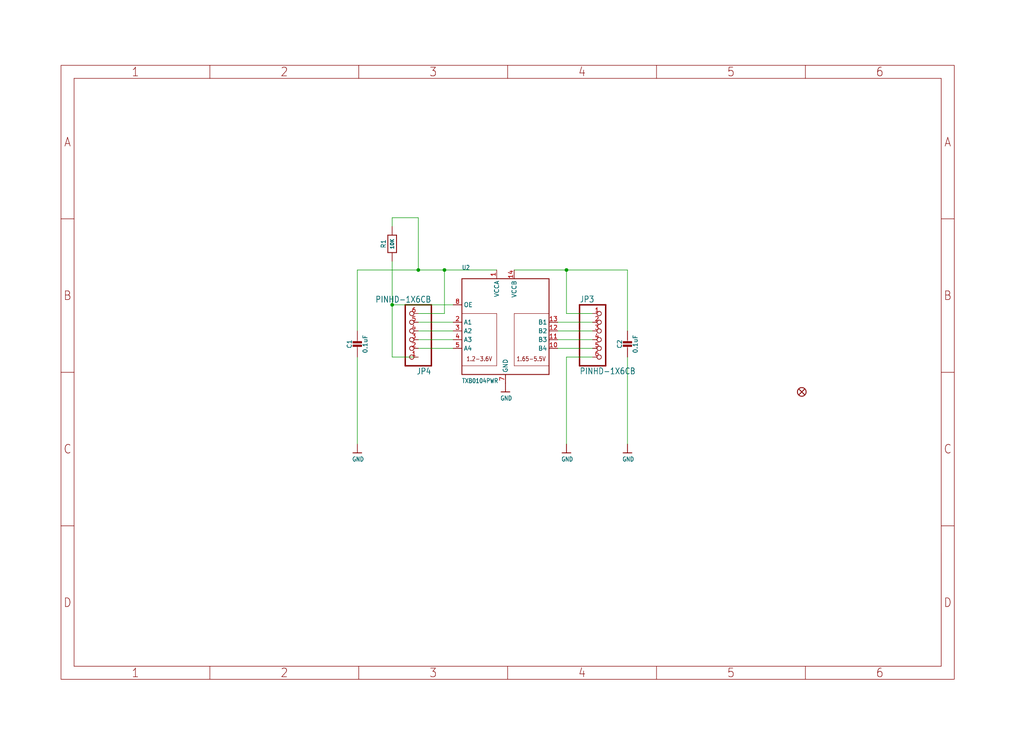
<source format=kicad_sch>
(kicad_sch (version 20211123) (generator eeschema)
  (paper "User" 298.45 217.881)
  (lib_symbols
    (symbol "eagleSchem-eagle-import:CAP_CERAMIC0805-NOOUTLINE"
      (property "Reference" "C" (at -2.29 1.25 90))
      (property "Value" "CAP_CERAMIC0805-NOOUTLINE" (at 2.3 1.25 90))
      (symbol "CAP_CERAMIC0805-NOOUTLINE_1_0"
        (rectangle (start -1.27 0.508) (end 1.27 1.016) (fill (type outline)))
        (rectangle (start -1.27 1.524) (end 1.27 2.032) (fill (type outline)))
        (polyline (pts (xy 0 0.762) (xy 0 0)) (stroke (width 0.1524)))
        (polyline (pts (xy 0 2.54) (xy 0 1.778)) (stroke (width 0.1524)))
        (pin passive line (at 0 5.08 270) (length 2.54) (name "1") (number "1"))
        (pin passive line (at 0 -2.54 90) (length 2.54) (name "2") (number "2"))
      )
    )
    (symbol "eagleSchem-eagle-import:FIDUCIAL_1MM"
      (symbol "FIDUCIAL_1MM_1_0"
        (polyline (pts (xy -0.762 0.762) (xy 0.762 -0.762)) (stroke (width 0.254)))
        (polyline (pts (xy 0.762 0.762) (xy -0.762 -0.762)) (stroke (width 0.254)))
        (circle (center 0 0) (radius 1.27) (stroke (width 0.254)))
      )
    )
    (symbol "eagleSchem-eagle-import:FRAME_A4"
      (symbol "FRAME_A4_0_0"
        (polyline (pts (xy 0 44.7675) (xy 3.81 44.7675)))
        (polyline (pts (xy 0 89.535) (xy 3.81 89.535)))
        (polyline (pts (xy 0 134.3025) (xy 3.81 134.3025)))
        (polyline (pts (xy 3.81 3.81) (xy 3.81 175.26)))
        (polyline (pts (xy 43.3917 0) (xy 43.3917 3.81)))
        (polyline (pts (xy 43.3917 175.26) (xy 43.3917 179.07)))
        (polyline (pts (xy 86.7833 0) (xy 86.7833 3.81)))
        (polyline (pts (xy 86.7833 175.26) (xy 86.7833 179.07)))
        (polyline (pts (xy 130.175 0) (xy 130.175 3.81)))
        (polyline (pts (xy 130.175 175.26) (xy 130.175 179.07)))
        (polyline (pts (xy 173.5667 0) (xy 173.5667 3.81)))
        (polyline (pts (xy 173.5667 175.26) (xy 173.5667 179.07)))
        (polyline (pts (xy 216.9583 0) (xy 216.9583 3.81)))
        (polyline (pts (xy 216.9583 175.26) (xy 216.9583 179.07)))
        (polyline (pts (xy 256.54 3.81) (xy 3.81 3.81)))
        (polyline (pts (xy 256.54 3.81) (xy 256.54 175.26)))
        (polyline (pts (xy 256.54 44.7675) (xy 260.35 44.7675)))
        (polyline (pts (xy 256.54 89.535) (xy 260.35 89.535)))
        (polyline (pts (xy 256.54 134.3025) (xy 260.35 134.3025)))
        (polyline (pts (xy 256.54 175.26) (xy 3.81 175.26)))
        (polyline (pts (xy 0 0) (xy 260.35 0) (xy 260.35 179.07) (xy 0 179.07) (xy 0 0)))
        (text "1" (at 21.6958 1.905 0) (effects (font (size 2.54 2.286))))
        (text "1" (at 21.6958 177.165 0) (effects (font (size 2.54 2.286))))
        (text "2" (at 65.0875 1.905 0) (effects (font (size 2.54 2.286))))
        (text "2" (at 65.0875 177.165 0) (effects (font (size 2.54 2.286))))
        (text "3" (at 108.4792 1.905 0) (effects (font (size 2.54 2.286))))
        (text "3" (at 108.4792 177.165 0) (effects (font (size 2.54 2.286))))
        (text "4" (at 151.8708 1.905 0) (effects (font (size 2.54 2.286))))
        (text "4" (at 151.8708 177.165 0) (effects (font (size 2.54 2.286))))
        (text "5" (at 195.2625 1.905 0) (effects (font (size 2.54 2.286))))
        (text "5" (at 195.2625 177.165 0) (effects (font (size 2.54 2.286))))
        (text "6" (at 238.6542 1.905 0) (effects (font (size 2.54 2.286))))
        (text "6" (at 238.6542 177.165 0) (effects (font (size 2.54 2.286))))
        (text "A" (at 1.905 156.6863 0) (effects (font (size 2.54 2.286))))
        (text "A" (at 258.445 156.6863 0) (effects (font (size 2.54 2.286))))
        (text "B" (at 1.905 111.9188 0) (effects (font (size 2.54 2.286))))
        (text "B" (at 258.445 111.9188 0) (effects (font (size 2.54 2.286))))
        (text "C" (at 1.905 67.1513 0) (effects (font (size 2.54 2.286))))
        (text "C" (at 258.445 67.1513 0) (effects (font (size 2.54 2.286))))
        (text "D" (at 1.905 22.3838 0) (effects (font (size 2.54 2.286))))
        (text "D" (at 258.445 22.3838 0) (effects (font (size 2.54 2.286))))
      )
      (symbol "FRAME_A4_1_0"
        (polyline (pts (xy 256.54 3.81) (xy 256.54 8.89)) (stroke (width 0.1016)))
        (polyline (pts (xy 256.54 8.89) (xy 256.54 13.97)) (stroke (width 0.1016)))
        (polyline (pts (xy 256.54 13.97) (xy 256.54 19.05)) (stroke (width 0.1016)))
        (polyline (pts (xy 256.54 19.05) (xy 256.54 36.83)) (stroke (width 0.1016)))
      )
      (symbol "FRAME_A4_2_0"
        (polyline (pts (xy -0.3048 1.5748) (xy 20.0152 1.5748)) (stroke (width 0.6096)))
        (polyline (pts (xy -0.3048 10.4648) (xy -0.3048 1.5748)) (stroke (width 0.6096)))
        (polyline (pts (xy -0.3048 10.4648) (xy 20.0152 10.4648)) (stroke (width 0.3048)))
        (polyline (pts (xy -0.3048 19.3548) (xy -0.3048 10.4648)) (stroke (width 0.6096)))
        (polyline (pts (xy -0.3048 19.3548) (xy 20.0152 19.3548)) (stroke (width 0.3048)))
        (polyline (pts (xy -0.3048 28.2448) (xy -0.3048 19.3548)) (stroke (width 0.6096)))
        (polyline (pts (xy -0.3048 28.2448) (xy 20.0152 28.2448)) (stroke (width 0.3048)))
        (polyline (pts (xy -0.3048 34.5948) (xy -0.3048 28.2448)) (stroke (width 0.6096)))
        (polyline (pts (xy 20.0152 1.5748) (xy 20.0152 6.6548)) (stroke (width 0.3048)))
        (polyline (pts (xy 20.0152 1.5748) (xy 95.5802 1.5748)) (stroke (width 0.6096)))
        (polyline (pts (xy 20.0152 6.6548) (xy 20.0152 10.4648)) (stroke (width 0.3048)))
        (polyline (pts (xy 20.0152 6.6548) (xy 88.5952 6.6548)) (stroke (width 0.3048)))
        (polyline (pts (xy 20.0152 10.4648) (xy 20.0152 16.8148)) (stroke (width 0.3048)))
        (polyline (pts (xy 20.0152 16.8148) (xy 20.0152 19.3548)) (stroke (width 0.3048)))
        (polyline (pts (xy 20.0152 19.3548) (xy 20.0152 28.2448)) (stroke (width 0.3048)))
        (polyline (pts (xy 20.0152 28.2448) (xy 20.0152 34.5948)) (stroke (width 0.3048)))
        (polyline (pts (xy 20.0152 28.2448) (xy 105.7402 28.2448)) (stroke (width 0.3048)))
        (polyline (pts (xy 20.0152 34.5948) (xy -0.3048 34.5948)) (stroke (width 0.6096)))
        (polyline (pts (xy 88.5952 6.6548) (xy 95.5802 6.6548)) (stroke (width 0.3048)))
        (polyline (pts (xy 88.5952 16.8148) (xy 20.0152 16.8148)) (stroke (width 0.3048)))
        (polyline (pts (xy 88.5952 16.8148) (xy 88.5952 6.6548)) (stroke (width 0.3048)))
        (polyline (pts (xy 95.5802 1.5748) (xy 121.6152 1.5748)) (stroke (width 0.6096)))
        (polyline (pts (xy 95.5802 6.6548) (xy 95.5802 1.5748)) (stroke (width 0.3048)))
        (polyline (pts (xy 95.5802 6.6548) (xy 121.6152 6.6548)) (stroke (width 0.3048)))
        (polyline (pts (xy 101.2952 13.3223) (xy 102.2477 13.3223)) (stroke (width 0.254)))
        (polyline (pts (xy 105.7402 28.2448) (xy 105.7402 34.5948)) (stroke (width 0.3048)))
        (polyline (pts (xy 105.7402 28.2448) (xy 110.1852 28.2448)) (stroke (width 0.3048)))
        (polyline (pts (xy 105.7402 34.5948) (xy 20.0152 34.5948)) (stroke (width 0.6096)))
        (polyline (pts (xy 110.1852 16.8148) (xy 88.5952 16.8148)) (stroke (width 0.3048)))
        (polyline (pts (xy 110.1852 28.2448) (xy 110.1852 16.8148)) (stroke (width 0.3048)))
        (polyline (pts (xy 110.1852 28.2448) (xy 121.6152 28.2448)) (stroke (width 0.3048)))
        (polyline (pts (xy 121.6152 6.6548) (xy 121.6152 1.5748)) (stroke (width 0.6096)))
        (polyline (pts (xy 121.6152 16.8148) (xy 110.1852 16.8148)) (stroke (width 0.3048)))
        (polyline (pts (xy 121.6152 16.8148) (xy 121.6152 6.6548)) (stroke (width 0.6096)))
        (polyline (pts (xy 121.6152 28.2448) (xy 121.6152 16.8148)) (stroke (width 0.6096)))
        (polyline (pts (xy 121.6152 34.5948) (xy 105.7402 34.5948)) (stroke (width 0.6096)))
        (polyline (pts (xy 121.6152 34.5948) (xy 121.6152 28.2448)) (stroke (width 0.6096)))
        (circle (center 109.2327 31.4198) (radius 1.4199) (stroke (width 0.254)))
        (text "2015" (at 112.4077 30.4673 0) (effects (font (size 1.778 1.5113)) (justify left bottom)))
        (text ">CHECKED" (at 2.2352 11.7348 0) (effects (font (size 1.778 1.5113)) (justify left bottom)))
        (text ">COMPANY" (at 23.349 29.6735 0) (effects (font (size 3.175 2.6987) (thickness 0.5397) bold) (justify left bottom)))
        (text ">DATE" (at 2.2352 2.8448 0) (effects (font (size 1.778 1.5113)) (justify left bottom)))
        (text ">DRAWING_NAME" (at 33.0327 2.8448 0) (effects (font (size 2.54 2.159)) (justify left bottom)))
        (text ">DRAWN" (at 2.2352 20.6248 0) (effects (font (size 1.778 1.5113)) (justify left bottom)))
        (text ">DRGNO" (at 91.1352 9.1948 0) (effects (font (size 2.1844 1.8567)) (justify left bottom)))
        (text ">LAST_DATE_TIME" (at 32.7152 9.1948 0) (effects (font (size 2.54 2.159)) (justify left bottom)))
        (text ">REV" (at 113.9952 18.7198 0) (effects (font (size 3.81 3.2385)) (justify left bottom)))
        (text ">SHEET" (at 108.9152 2.8448 0) (effects (font (size 2.54 2.54)) (justify left bottom)))
        (text "C" (at 108.7564 30.7848 0) (effects (font (size 1.27 1.0795)) (justify left bottom)))
        (text "CHECKED" (at 0.9652 16.1798 0) (effects (font (size 1.778 1.5113)) (justify left bottom)))
        (text "DATE" (at 0.9652 7.2898 0) (effects (font (size 1.778 1.5113)) (justify left bottom)))
        (text "DATE" (at 21.2852 13.0048 0) (effects (font (size 2.54 2.54)) (justify left bottom)))
        (text "DRAWN" (at 0.9652 25.0698 0) (effects (font (size 1.778 1.5113)) (justify left bottom)))
        (text "DRG" (at 89.8652 13.0048 0) (effects (font (size 2.54 2.54)) (justify left bottom)))
        (text "FILE:" (at 21.2852 2.8448 0) (effects (font (size 2.54 2.54)) (justify left bottom)))
        (text "ISSUE" (at 5.0927 30.4673 0) (effects (font (size 1.9304 1.6408)) (justify left bottom)))
        (text "N" (at 98.4377 13.0048 0) (effects (font (size 2.54 2.54)) (justify left bottom)))
        (text "o" (at 100.9777 13.9573 0) (effects (font (size 2.1844 1.8567)) (justify left bottom)))
        (text "PAGE:" (at 96.8502 2.8448 0) (effects (font (size 2.54 2.54)) (justify left bottom)))
        (text "REV" (at 112.4077 24.4348 0) (effects (font (size 2.54 2.54)) (justify left bottom)))
        (text "TITLE" (at 21.2852 24.4348 0) (effects (font (size 2.54 2.54)) (justify left bottom)))
      )
    )
    (symbol "eagleSchem-eagle-import:GND" (power)
      (property "Value" "GND" (at -1.524 -2.54 0))
      (symbol "GND_1_0"
        (polyline (pts (xy -1.27 0) (xy 1.27 0)) (stroke (width 0.254)))
        (pin power_in line (at 0 2.54 270) (length 2.54) (name "GND") (number "1"))
      )
    )
    (symbol "eagleSchem-eagle-import:PINHD-1X6CB"
      (property "Reference" "JP" (at -6.35 10.795 0))
      (property "Value" "PINHD-1X6CB" (at -6.35 -10.16 0))
      (symbol "PINHD-1X6CB_1_0"
        (polyline (pts (xy -6.35 -7.62) (xy 1.27 -7.62)) (stroke (width 0.4064)))
        (polyline (pts (xy -6.35 10.16) (xy -6.35 -7.62)) (stroke (width 0.4064)))
        (polyline (pts (xy 1.27 -7.62) (xy 1.27 10.16)) (stroke (width 0.4064)))
        (polyline (pts (xy 1.27 10.16) (xy -6.35 10.16)) (stroke (width 0.4064)))
        (pin passive inverted (at -2.54 7.62 0) (length 2.54) (name "1") (number "1"))
        (pin passive inverted (at -2.54 5.08 0) (length 2.54) (name "2") (number "2"))
        (pin passive inverted (at -2.54 2.54 0) (length 2.54) (name "3") (number "3"))
        (pin passive inverted (at -2.54 0 0) (length 2.54) (name "4") (number "4"))
        (pin passive inverted (at -2.54 -2.54 0) (length 2.54) (name "5") (number "5"))
        (pin passive inverted (at -2.54 -5.08 0) (length 2.54) (name "6") (number "6"))
      )
    )
    (symbol "eagleSchem-eagle-import:RESISTOR0805_NOOUTLINE"
      (property "Reference" "R" (at 0 2.54 0))
      (property "Value" "RESISTOR0805_NOOUTLINE" (at 0 0 0))
      (symbol "RESISTOR0805_NOOUTLINE_1_0"
        (polyline (pts (xy -2.54 -1.27) (xy -2.54 1.27)) (stroke (width 0.254)))
        (polyline (pts (xy -2.54 1.27) (xy 2.54 1.27)) (stroke (width 0.254)))
        (polyline (pts (xy 2.54 -1.27) (xy -2.54 -1.27)) (stroke (width 0.254)))
        (polyline (pts (xy 2.54 1.27) (xy 2.54 -1.27)) (stroke (width 0.254)))
        (pin passive line (at -5.08 0 0) (length 2.54) (name "1") (number "1"))
        (pin passive line (at 5.08 0 180) (length 2.54) (name "2") (number "2"))
      )
    )
    (symbol "eagleSchem-eagle-import:TXB0104PWR"
      (property "Reference" "U" (at -12.7 17.78 0))
      (property "Value" "TXB0104PWR" (at -12.7 -15.24 0))
      (symbol "TXB0104PWR_1_0"
        (polyline (pts (xy -12.7 -12.7) (xy -12.7 15.24)) (stroke (width 0.254)))
        (polyline (pts (xy -12.7 -10.16) (xy -2.54 -10.16)) (stroke (width 0.127)))
        (polyline (pts (xy -12.7 15.24) (xy 12.7 15.24)) (stroke (width 0.254)))
        (polyline (pts (xy -2.54 -10.16) (xy -2.54 5.08)) (stroke (width 0.127)))
        (polyline (pts (xy -2.54 5.08) (xy -12.7 5.08)) (stroke (width 0.127)))
        (polyline (pts (xy 2.54 -10.16) (xy 12.7 -10.16)) (stroke (width 0.127)))
        (polyline (pts (xy 2.54 5.08) (xy 2.54 -10.16)) (stroke (width 0.127)))
        (polyline (pts (xy 12.7 -12.7) (xy -12.7 -12.7)) (stroke (width 0.254)))
        (polyline (pts (xy 12.7 5.08) (xy 2.54 5.08)) (stroke (width 0.127)))
        (polyline (pts (xy 12.7 15.24) (xy 12.7 -12.7)) (stroke (width 0.254)))
        (text "1.2-3.6V" (at -11.43 -8.89 0) (effects (font (size 1.27 1.0795)) (justify left bottom)))
        (text "1.65-5.5V" (at 3.175 -8.89 0) (effects (font (size 1.27 1.0795)) (justify left bottom)))
        (pin bidirectional line (at -2.54 17.78 270) (length 2.54) (name "VCCA") (number "1"))
        (pin bidirectional line (at 15.24 -5.08 180) (length 2.54) (name "B4") (number "10"))
        (pin bidirectional line (at 15.24 -2.54 180) (length 2.54) (name "B3") (number "11"))
        (pin bidirectional line (at 15.24 0 180) (length 2.54) (name "B2") (number "12"))
        (pin bidirectional line (at 15.24 2.54 180) (length 2.54) (name "B1") (number "13"))
        (pin bidirectional line (at 2.54 17.78 270) (length 2.54) (name "VCCB") (number "14"))
        (pin bidirectional line (at -15.24 2.54 0) (length 2.54) (name "A1") (number "2"))
        (pin bidirectional line (at -15.24 0 0) (length 2.54) (name "A2") (number "3"))
        (pin bidirectional line (at -15.24 -2.54 0) (length 2.54) (name "A3") (number "4"))
        (pin bidirectional line (at -15.24 -5.08 0) (length 2.54) (name "A4") (number "5"))
        (pin bidirectional line (at 0 -15.24 90) (length 2.54) (name "GND") (number "7"))
        (pin bidirectional line (at -15.24 7.62 0) (length 2.54) (name "OE") (number "8"))
      )
    )
  )
  (junction (at 165.1 78.74))
  (junction (at 129.54 78.74))
  (junction (at 121.92 78.74))
  (junction (at 114.3 88.9))
  (wire (pts (xy 114.3 104.14) (xy 121.92 104.14)))
  (wire (pts (xy 132.08 99.06) (xy 121.92 99.06)))
  (wire (pts (xy 162.56 101.6) (xy 172.72 101.6)))
  (wire (pts (xy 149.86 78.74) (xy 165.1 78.74)))
  (wire (pts (xy 182.88 78.74) (xy 182.88 96.52)))
  (wire (pts (xy 165.1 78.74) (xy 165.1 91.44)))
  (wire (pts (xy 165.1 104.14) (xy 165.1 129.54)))
  (wire (pts (xy 121.92 63.5) (xy 121.92 78.74)))
  (wire (pts (xy 165.1 78.74) (xy 182.88 78.74)))
  (wire (pts (xy 144.78 78.74) (xy 129.54 78.74)))
  (wire (pts (xy 114.3 76.2) (xy 114.3 88.9)))
  (wire (pts (xy 132.08 101.6) (xy 121.92 101.6)))
  (wire (pts (xy 162.56 93.98) (xy 172.72 93.98)))
  (wire (pts (xy 121.92 78.74) (xy 104.14 78.74)))
  (wire (pts (xy 114.3 66.04) (xy 114.3 63.5)))
  (wire (pts (xy 132.08 88.9) (xy 114.3 88.9)))
  (wire (pts (xy 129.54 78.74) (xy 121.92 78.74)))
  (wire (pts (xy 114.3 88.9) (xy 114.3 104.14)))
  (wire (pts (xy 129.54 91.44) (xy 121.92 91.44)))
  (wire (pts (xy 132.08 93.98) (xy 121.92 93.98)))
  (wire (pts (xy 172.72 104.14) (xy 165.1 104.14)))
  (wire (pts (xy 104.14 104.14) (xy 104.14 129.54)))
  (wire (pts (xy 114.3 63.5) (xy 121.92 63.5)))
  (wire (pts (xy 104.14 78.74) (xy 104.14 96.52)))
  (wire (pts (xy 165.1 91.44) (xy 172.72 91.44)))
  (wire (pts (xy 182.88 104.14) (xy 182.88 129.54)))
  (wire (pts (xy 129.54 78.74) (xy 129.54 91.44)))
  (wire (pts (xy 162.56 99.06) (xy 172.72 99.06)))
  (wire (pts (xy 132.08 96.52) (xy 121.92 96.52)))
  (wire (pts (xy 162.56 96.52) (xy 172.72 96.52)))
  (symbol (lib_id "eagleSchem-eagle-import:PINHD-1X6CB") (at 175.26 99.06 0) (unit 1)
    (property "Reference" "JP3" (at 168.91 88.265 0) (effects (font (size 1.778 1.5113)) (justify left bottom)))
    (property "Value" "PINHD-1X6CB" (at 168.91 109.22 0) (effects (font (size 1.778 1.5113)) (justify left bottom)))
    (property "Footprint" "eagleSchem:1X06-CLEANBIG" (effects hide))
  )
  (symbol (lib_id "eagleSchem-eagle-import:CAP_CERAMIC0805-NOOUTLINE") (at 104.14 101.6 0) (unit 1)
    (property "Reference" "C1" (at 101.85 100.35 90))
    (property "Value" "0.1uF" (at 106.44 100.35 90))
    (property "Footprint" "eagleSchem:0805-NO" (effects hide))
  )
  (symbol (lib_id "eagleSchem-eagle-import:CAP_CERAMIC0805-NOOUTLINE") (at 182.88 101.6 0) (unit 1)
    (property "Reference" "C2" (at 180.59 100.35 90))
    (property "Value" "0.1uF" (at 185.18 100.35 90))
    (property "Footprint" "eagleSchem:0805-NO" (effects hide))
  )
  (symbol (lib_id "eagleSchem-eagle-import:FRAME_A4") (at 17.78 198.12 0) (unit 1)
    (property "Reference" "#FRAME1" (effects hide))
    (property "Value" "FRAME_A4" (effects hide))
    (property "Footprint" "eagleSchem:" (effects hide))
  )
  (symbol (lib_id "eagleSchem-eagle-import:RESISTOR0805_NOOUTLINE") (at 114.3 71.12 90) (unit 1)
    (property "Reference" "R1" (at 111.76 71.12 0))
    (property "Value" "10K" (at 114.3 71.12 0) (effects (font (size 1.016 1.016) bold)))
    (property "Footprint" "eagleSchem:0805-NO" (effects hide))
  )
  (symbol (lib_id "eagleSchem-eagle-import:PINHD-1X6CB") (at 119.38 96.52 180) (unit 1)
    (property "Reference" "JP4" (at 125.73 107.315 0) (effects (font (size 1.778 1.5113)) (justify left bottom)))
    (property "Value" "PINHD-1X6CB" (at 125.73 86.36 0) (effects (font (size 1.778 1.5113)) (justify left bottom)))
    (property "Footprint" "eagleSchem:1X06-CLEANBIG" (effects hide))
  )
  (symbol (lib_id "eagleSchem-eagle-import:GND") (at 165.1 132.08 0) (unit 1)
    (property "Reference" "#U$1" (effects hide))
    (property "Value" "GND" (at 163.576 134.62 0) (effects (font (size 1.27 1.0795)) (justify left bottom)))
    (property "Footprint" "eagleSchem:" (effects hide))
  )
  (symbol (lib_id "eagleSchem-eagle-import:GND") (at 104.14 132.08 0) (unit 1)
    (property "Reference" "#U$2" (effects hide))
    (property "Value" "GND" (at 102.616 134.62 0) (effects (font (size 1.27 1.0795)) (justify left bottom)))
    (property "Footprint" "eagleSchem:" (effects hide))
  )
  (symbol (lib_id "eagleSchem-eagle-import:GND") (at 147.32 114.3 0) (unit 1)
    (property "Reference" "#U$6" (effects hide))
    (property "Value" "GND" (at 145.796 116.84 0) (effects (font (size 1.27 1.0795)) (justify left bottom)))
    (property "Footprint" "eagleSchem:" (effects hide))
  )
  (symbol (lib_id "eagleSchem-eagle-import:TXB0104PWR") (at 147.32 96.52 0) (unit 1)
    (property "Reference" "U2" (at 134.62 78.74 0) (effects (font (size 1.27 1.0795)) (justify left bottom)))
    (property "Value" "TXB0104PWR" (at 134.62 111.76 0) (effects (font (size 1.27 1.0795)) (justify left bottom)))
    (property "Footprint" "eagleSchem:TSSOP14" (effects hide))
  )
  (symbol (lib_id "eagleSchem-eagle-import:FIDUCIAL_1MM") (at 233.68 114.3 0) (unit 1)
    (property "Reference" "U$5" (effects hide))
    (property "Value" "FIDUCIAL_1MM" (effects hide))
    (property "Footprint" "eagleSchem:FIDUCIAL_1MM" (effects hide))
  )
  (symbol (lib_id "eagleSchem-eagle-import:GND") (at 182.88 132.08 0) (unit 1)
    (property "Reference" "#U$3" (effects hide))
    (property "Value" "GND" (at 181.356 134.62 0) (effects (font (size 1.27 1.0795)) (justify left bottom)))
    (property "Footprint" "eagleSchem:" (effects hide))
  )
)
</source>
